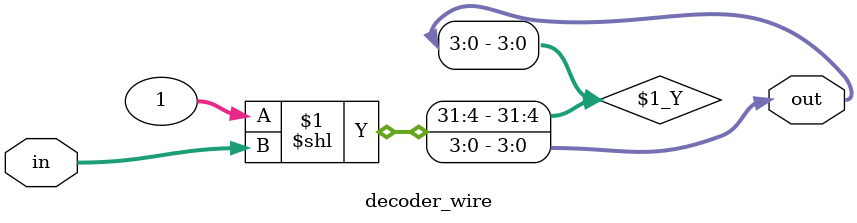
<source format=v>
module decoder_reg #(
    parameter WIDTH = 2           // Number of bits in input
)(
    input wire clk,
    input wire [WIDTH-1:0] in,                     // Input bits
    output reg [2**WIDTH-1:0] out                   // One-hot output
);

    always @(posedge clk) begin
        out <= 1 << in;  // Shift 1 to the left by 'in' positions
    end
endmodule

module decoder_wire #(
    parameter WIDTH = 2
)(
    input wire [WIDTH-1:0] in,                     // Input bits
    output wire [2**WIDTH-1:0] out                   // One-hot output
);

    assign out = 1 << in;  // Shift 1 to the left by 'in' positions
endmodule

</source>
